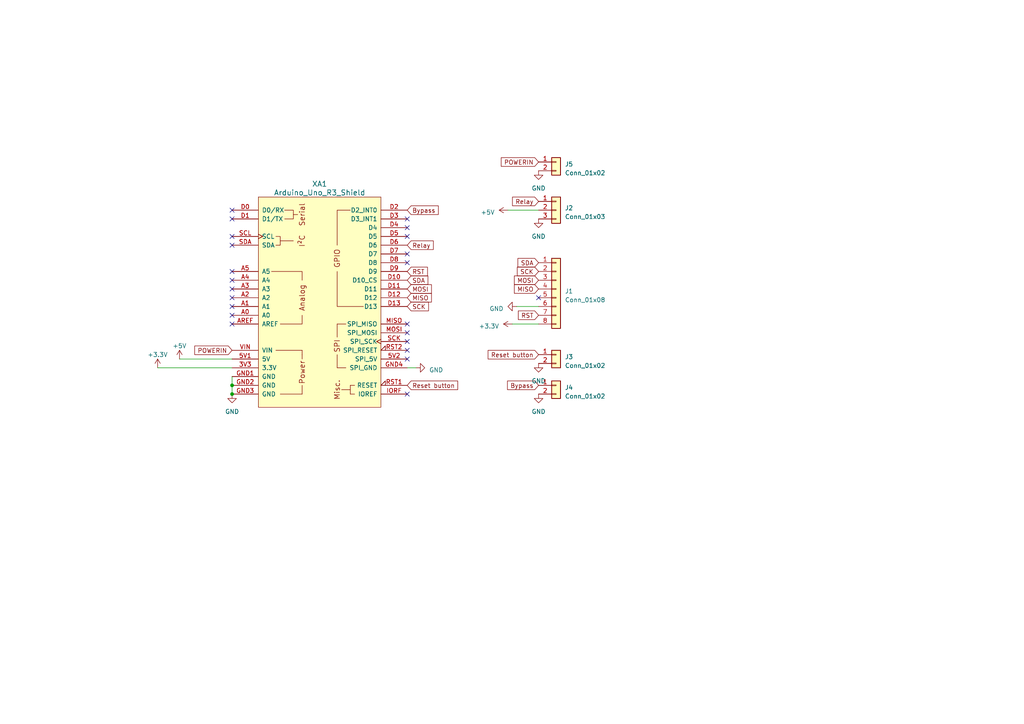
<source format=kicad_sch>
(kicad_sch (version 20230121) (generator eeschema)
  (paper "A4")
  (lib_symbols
    (symbol "PCM_4ms_Connector:Conn_01x02" (pin_names (offset 1.016) hide)
      (property "Reference" "J" (at 0 2.54 0))
      (property "Value" "Conn_01x02" (at 0 -5.08 0))
      (symbol "Conn_01x02_1_1"
        (rectangle (start -1.27 -2.413) (end 0 -2.667) (stroke (width 0.1524)))
        (rectangle (start -1.27 0.127) (end 0 -0.127) (stroke (width 0.1524)))
        (rectangle (start -1.27 1.27) (end 1.27 -3.81) (stroke (width 0.254)) (fill (type background)))
        (pin passive line (at -5.08 0 0) (length 3.81) (name "Pin_1") (number "1"))
        (pin passive line (at -5.08 -2.54 0) (length 3.81) (name "Pin_2") (number "2"))
      )
    )
    (symbol "PCM_4ms_Connector:Conn_01x03" (pin_names (offset 1.016) hide)
      (property "Reference" "J" (at 0 5.08 0))
      (property "Value" "Conn_01x03" (at 0 -5.08 0))
      (symbol "Conn_01x03_1_1"
        (rectangle (start -1.27 -2.413) (end 0 -2.667) (stroke (width 0.1524)))
        (rectangle (start -1.27 0.127) (end 0 -0.127) (stroke (width 0.1524)))
        (rectangle (start -1.27 2.667) (end 0 2.413) (stroke (width 0.1524)))
        (rectangle (start -1.27 3.81) (end 1.27 -3.81) (stroke (width 0.254)) (fill (type background)))
        (pin passive line (at -5.08 2.54 0) (length 3.81) (name "Pin_1") (number "1"))
        (pin passive line (at -5.08 0 0) (length 3.81) (name "Pin_2") (number "2"))
        (pin passive line (at -5.08 -2.54 0) (length 3.81) (name "Pin_3") (number "3"))
      )
    )
    (symbol "PCM_4ms_Connector:Conn_01x08" (pin_names (offset 1.016) hide)
      (property "Reference" "J" (at 0 10.16 0))
      (property "Value" "Conn_01x08" (at -1.27 -13.97 0))
      (symbol "Conn_01x08_0_0"
        (pin passive line (at -5.08 -2.54 0) (length 3.81) (name "Pin_5") (number "5"))
        (pin passive line (at -5.08 -5.08 0) (length 3.81) (name "Pin_6") (number "6"))
        (pin passive line (at -5.08 -7.62 0) (length 3.81) (name "Pin_7") (number "7"))
        (pin passive line (at -5.08 -10.16 0) (length 3.81) (name "Pin_8") (number "8"))
      )
      (symbol "Conn_01x08_1_1"
        (rectangle (start -1.27 -10.033) (end 0 -10.287) (stroke (width 0.1524)))
        (rectangle (start -1.27 -7.493) (end 0 -7.747) (stroke (width 0.1524)))
        (rectangle (start -1.27 -4.953) (end 0 -5.207) (stroke (width 0.1524)))
        (rectangle (start -1.27 -2.413) (end 0 -2.667) (stroke (width 0.1524)))
        (rectangle (start -1.27 0.127) (end 0 -0.127) (stroke (width 0.1524)))
        (rectangle (start -1.27 2.667) (end 0 2.413) (stroke (width 0.1524)))
        (rectangle (start -1.27 5.207) (end 0 4.953) (stroke (width 0.1524)))
        (rectangle (start -1.27 7.747) (end 0 7.493) (stroke (width 0.1524)))
        (rectangle (start -1.27 8.89) (end 1.27 -11.43) (stroke (width 0.254)) (fill (type background)))
        (pin passive line (at -5.08 7.62 0) (length 3.81) (name "Pin_1") (number "1"))
        (pin passive line (at -5.08 5.08 0) (length 3.81) (name "Pin_2") (number "2"))
        (pin passive line (at -5.08 2.54 0) (length 3.81) (name "Pin_3") (number "3"))
        (pin passive line (at -5.08 0 0) (length 3.81) (name "Pin_4") (number "4"))
      )
    )
    (symbol "PCM_arduino-library:Arduino_Uno_R3_Shield" (pin_names (offset 1.016))
      (property "Reference" "XA" (at 0 36.83 0))
      (property "Value" "Arduino_Uno_R3_Shield" (at 0 33.02 0))
      (symbol "Arduino_Uno_R3_Shield_0_0"
        (rectangle (start -17.78 30.48) (end 17.78 -30.48) (fill (type background)))
        (rectangle (start -12.7 -13.97) (end -5.08 -13.97))
        (rectangle (start -11.43 -26.67) (end -5.08 -26.67))
        (polyline (pts (xy -11.43 17.78) (xy -7.62 17.78)))
        (polyline (pts (xy -7.62 25.4) (xy -6.35 25.4)))
        (polyline (pts (xy -5.08 -26.67) (xy -5.08 -24.13)))
        (polyline (pts (xy -5.08 -15.24) (xy -5.08 -16.51)))
        (polyline (pts (xy -5.08 -13.97) (xy -5.08 -15.24)))
        (polyline (pts (xy -5.08 -3.81) (xy -5.08 -6.35) (xy -11.43 -6.35)))
        (polyline (pts (xy -5.08 6.35) (xy -5.08 8.89) (xy -13.97 8.89)))
        (polyline (pts (xy 5.08 8.89) (xy 5.08 -1.27) (xy 12.7 -1.27)))
        (polyline (pts (xy 5.08 16.51) (xy 5.08 26.67) (xy 8.89 26.67)))
        (polyline (pts (xy -12.7 19.05) (xy -11.43 19.05) (xy -11.43 16.51) (xy -12.7 16.51)))
        (polyline (pts (xy -10.16 26.67) (xy -7.62 26.67) (xy -7.62 24.13) (xy -10.16 24.13)))
        (rectangle (start 5.08 -19.05) (end 5.08 -15.24))
        (rectangle (start 5.08 -19.05) (end 7.62 -19.05))
        (rectangle (start 5.08 -10.16) (end 5.08 -6.35))
        (rectangle (start 7.62 -6.35) (end 5.08 -6.35))
        (rectangle (start 8.89 -25.4) (end 6.35 -25.4))
        (rectangle (start 8.89 -24.13) (end 8.89 -26.67))
        (rectangle (start 10.16 -26.67) (end 8.89 -26.67))
        (rectangle (start 10.16 -24.13) (end 8.89 -24.13))
        (text "Analog" (at -5.08 1.27 900) (effects (font (size 1.524 1.524))))
        (text "I²C" (at -5.08 17.78 900) (effects (font (size 1.524 1.524))))
        (text "Misc." (at 5.08 -25.4 900) (effects (font (size 1.524 1.524))))
        (text "Power" (at -5.08 -20.32 900) (effects (font (size 1.524 1.524))))
        (text "Serial" (at -5.08 25.4 900) (effects (font (size 1.524 1.524))))
        (text "SPI" (at 5.08 -12.7 900) (effects (font (size 1.524 1.524))))
      )
      (symbol "Arduino_Uno_R3_Shield_1_0"
        (text "GPIO" (at 5.08 12.7 900) (effects (font (size 1.524 1.524))))
      )
      (symbol "Arduino_Uno_R3_Shield_1_1"
        (pin power_out line (at -25.4 -19.05 0) (length 7.62) (name "3.3V") (number "3V3"))
        (pin power_in line (at -25.4 -16.51 0) (length 7.62) (name "5V") (number "5V1"))
        (pin power_in line (at 25.4 -16.51 180) (length 7.62) (name "SPI_5V") (number "5V2"))
        (pin bidirectional line (at -25.4 -3.81 0) (length 7.62) (name "A0") (number "A0"))
        (pin bidirectional line (at -25.4 -1.27 0) (length 7.62) (name "A1") (number "A1"))
        (pin bidirectional line (at -25.4 1.27 0) (length 7.62) (name "A2") (number "A2"))
        (pin bidirectional line (at -25.4 3.81 0) (length 7.62) (name "A3") (number "A3"))
        (pin bidirectional line (at -25.4 6.35 0) (length 7.62) (name "A4") (number "A4"))
        (pin bidirectional line (at -25.4 8.89 0) (length 7.62) (name "A5") (number "A5"))
        (pin input line (at -25.4 -6.35 0) (length 7.62) (name "AREF") (number "AREF"))
        (pin bidirectional line (at -25.4 26.67 0) (length 7.62) (name "D0/RX") (number "D0"))
        (pin bidirectional line (at -25.4 24.13 0) (length 7.62) (name "D1/TX") (number "D1"))
        (pin bidirectional line (at 25.4 6.35 180) (length 7.62) (name "D10_CS") (number "D10"))
        (pin bidirectional line (at 25.4 3.81 180) (length 7.62) (name "D11") (number "D11"))
        (pin bidirectional line (at 25.4 1.27 180) (length 7.62) (name "D12") (number "D12"))
        (pin bidirectional line (at 25.4 -1.27 180) (length 7.62) (name "D13") (number "D13"))
        (pin bidirectional line (at 25.4 26.67 180) (length 7.62) (name "D2_INT0") (number "D2"))
        (pin bidirectional line (at 25.4 24.13 180) (length 7.62) (name "D3_INT1") (number "D3"))
        (pin bidirectional line (at 25.4 21.59 180) (length 7.62) (name "D4") (number "D4"))
        (pin bidirectional line (at 25.4 19.05 180) (length 7.62) (name "D5") (number "D5"))
        (pin bidirectional line (at 25.4 16.51 180) (length 7.62) (name "D6") (number "D6"))
        (pin bidirectional line (at 25.4 13.97 180) (length 7.62) (name "D7") (number "D7"))
        (pin bidirectional line (at 25.4 11.43 180) (length 7.62) (name "D8") (number "D8"))
        (pin bidirectional line (at 25.4 8.89 180) (length 7.62) (name "D9") (number "D9"))
        (pin power_in line (at -25.4 -21.59 0) (length 7.62) (name "GND") (number "GND1"))
        (pin power_in line (at -25.4 -24.13 0) (length 7.62) (name "GND") (number "GND2"))
        (pin power_in line (at -25.4 -26.67 0) (length 7.62) (name "GND") (number "GND3"))
        (pin power_in line (at 25.4 -19.05 180) (length 7.62) (name "SPI_GND") (number "GND4"))
        (pin output line (at 25.4 -26.67 180) (length 7.62) (name "IOREF") (number "IORF"))
        (pin input line (at 25.4 -6.35 180) (length 7.62) (name "SPI_MISO") (number "MISO"))
        (pin output line (at 25.4 -8.89 180) (length 7.62) (name "SPI_MOSI") (number "MOSI"))
        (pin open_collector input_low (at 25.4 -24.13 180) (length 7.62) (name "RESET") (number "RST1"))
        (pin open_collector input_low (at 25.4 -13.97 180) (length 7.62) (name "SPI_RESET") (number "RST2"))
        (pin output clock (at 25.4 -11.43 180) (length 7.62) (name "SPI_SCK") (number "SCK"))
        (pin bidirectional clock (at -25.4 19.05 0) (length 7.62) (name "SCL") (number "SCL"))
        (pin bidirectional line (at -25.4 16.51 0) (length 7.62) (name "SDA") (number "SDA"))
        (pin power_in line (at -25.4 -13.97 0) (length 7.62) (name "VIN") (number "VIN"))
      )
    )
    (symbol "power:+3.3V" (power) (pin_names (offset 0))
      (property "Value" "+3.3V" (at 0 3.556 0))
      (symbol "+3.3V_0_1"
        (polyline (pts (xy -0.762 1.27) (xy 0 2.54)))
        (polyline (pts (xy 0 0) (xy 0 2.54)))
        (polyline (pts (xy 0 2.54) (xy 0.762 1.27)))
      )
      (symbol "+3.3V_1_1"
        (pin power_in line (at 0 0 90) (length 0) hide (name "+3.3V") (number "1"))
      )
    )
    (symbol "power:+5V" (power) (pin_names (offset 0))
      (property "Value" "+5V" (at 0 3.556 0))
      (symbol "+5V_0_1"
        (polyline (pts (xy -0.762 1.27) (xy 0 2.54)))
        (polyline (pts (xy 0 0) (xy 0 2.54)))
        (polyline (pts (xy 0 2.54) (xy 0.762 1.27)))
      )
      (symbol "+5V_1_1"
        (pin power_in line (at 0 0 90) (length 0) hide (name "+5V") (number "1"))
      )
    )
    (symbol "power:GND" (power) (pin_names (offset 0))
      (property "Value" "GND" (at 0 -3.81 0))
      (symbol "GND_0_1"
        (polyline (pts (xy 0 0) (xy 0 -1.27) (xy 1.27 -1.27) (xy 0 -2.54) (xy -1.27 -1.27) (xy 0 -1.27)))
      )
      (symbol "GND_1_1"
        (pin power_in line (at 0 0 270) (length 0) hide (name "GND") (number "1"))
      )
    )
  )
  (junction (at 67.31 111.76))
  (junction (at 67.31 114.3))
  (no_connect (at 67.31 93.98))
  (no_connect (at 67.31 83.82))
  (no_connect (at 67.31 68.58))
  (no_connect (at 118.11 73.66))
  (no_connect (at 118.11 93.98))
  (no_connect (at 118.11 104.14))
  (no_connect (at 118.11 63.5))
  (no_connect (at 118.11 96.52))
  (no_connect (at 67.31 91.44))
  (no_connect (at 156.21 86.36))
  (no_connect (at 67.31 88.9))
  (no_connect (at 118.11 76.2))
  (no_connect (at 118.11 66.04))
  (no_connect (at 118.11 114.3))
  (no_connect (at 118.11 101.6))
  (no_connect (at 67.31 81.28))
  (no_connect (at 67.31 60.96))
  (no_connect (at 67.31 71.12))
  (no_connect (at 67.31 86.36))
  (no_connect (at 118.11 99.06))
  (no_connect (at 67.31 63.5))
  (no_connect (at 118.11 68.58))
  (no_connect (at 67.31 78.74))
  (wire (pts (xy 67.31 111.76) (xy 67.31 114.3)))
  (wire (pts (xy 149.86 88.9) (xy 156.21 88.9)))
  (wire (pts (xy 52.07 104.14) (xy 67.31 104.14)))
  (wire (pts (xy 148.59 93.98) (xy 156.21 93.98)))
  (wire (pts (xy 67.31 109.22) (xy 67.31 111.76)))
  (wire (pts (xy 120.65 106.68) (xy 118.11 106.68)))
  (wire (pts (xy 147.32 60.96) (xy 156.21 60.96)))
  (wire (pts (xy 45.72 106.68) (xy 67.31 106.68)))
  (global_label "SCK" (shape input) (at 118.11 88.9 0) (property "Intersheetrefs" "${INTERSHEET_REFS}" (effects hide)))
  (global_label "RST" (shape input) (at 156.21 91.44 180) (property "Intersheetrefs" "${INTERSHEET_REFS}" (effects hide)))
  (global_label "Relay" (shape input) (at 156.21 58.42 180) (property "Intersheetrefs" "${INTERSHEET_REFS}" (effects hide)))
  (global_label "MOSI" (shape input) (at 156.21 81.28 180) (property "Intersheetrefs" "${INTERSHEET_REFS}" (effects hide)))
  (global_label "SCK" (shape input) (at 156.21 78.74 180) (property "Intersheetrefs" "${INTERSHEET_REFS}" (effects hide)))
  (global_label "Bypass" (shape input) (at 156.21 111.76 180) (property "Intersheetrefs" "${INTERSHEET_REFS}" (effects hide)))
  (global_label "Reset button" (shape input) (at 156.21 102.87 180) (property "Intersheetrefs" "${INTERSHEET_REFS}" (effects hide)))
  (global_label "Reset button" (shape input) (at 118.11 111.76 0) (property "Intersheetrefs" "${INTERSHEET_REFS}" (effects hide)))
  (global_label "MISO" (shape input) (at 118.11 86.36 0) (property "Intersheetrefs" "${INTERSHEET_REFS}" (effects hide)))
  (global_label "POWERIN" (shape input) (at 156.21 46.99 180) (property "Intersheetrefs" "${INTERSHEET_REFS}" (effects hide)))
  (global_label "SDA" (shape input) (at 118.11 81.28 0) (property "Intersheetrefs" "${INTERSHEET_REFS}" (effects hide)))
  (global_label "SDA" (shape input) (at 156.21 76.2 180) (property "Intersheetrefs" "${INTERSHEET_REFS}" (effects hide)))
  (global_label "Relay" (shape input) (at 118.11 71.12 0) (property "Intersheetrefs" "${INTERSHEET_REFS}" (effects hide)))
  (global_label "POWERIN" (shape input) (at 67.31 101.6 180) (property "Intersheetrefs" "${INTERSHEET_REFS}" (effects hide)))
  (global_label "RST" (shape input) (at 118.11 78.74 0) (property "Intersheetrefs" "${INTERSHEET_REFS}" (effects hide)))
  (global_label "MISO" (shape input) (at 156.21 83.82 180) (property "Intersheetrefs" "${INTERSHEET_REFS}" (effects hide)))
  (global_label "MOSI" (shape input) (at 118.11 83.82 0) (property "Intersheetrefs" "${INTERSHEET_REFS}" (effects hide)))
  (global_label "Bypass" (shape input) (at 118.11 60.96 0) (property "Intersheetrefs" "${INTERSHEET_REFS}" (effects hide)))
  (symbol (lib_id "power:+3.3V") (at 45.72 106.68 0) (unit 1)
    (property "Reference" "#PWR05" (effects hide))
    (property "Value" "+3.3V" (at 45.72 102.87 0))
  )
  (symbol (lib_id "PCM_arduino-library:Arduino_Uno_R3_Shield") (at 92.71 87.63 0) (unit 1)
    (property "Reference" "XA1" (at 92.71 53.34 0) (effects (font (size 1.524 1.524))))
    (property "Value" "Arduino_Uno_R3_Shield" (at 92.71 55.88 0) (effects (font (size 1.524 1.524))))
    (property "Footprint" "PCM_arduino-library:Arduino_Uno_R3_Shield" (effects hide))
    (property "Datasheet" "https://docs.arduino.cc/hardware/uno-rev3" (effects hide))
  )
  (symbol (lib_id "PCM_4ms_Connector:Conn_01x08") (at 161.29 83.82 0) (unit 1)
    (property "Reference" "J1" (at 163.83 84.455 0) (effects (justify left)))
    (property "Value" "Conn_01x08" (at 163.83 86.995 0) (effects (justify left)))
    (property "Footprint" "Connector_PinHeader_2.54mm:PinHeader_1x08_P2.54mm_Vertical" (effects hide))
    (property "Specifications" "HEADER 1x8 MALE PINS 0.100” 180deg" (effects hide))
  )
  (symbol (lib_id "PCM_4ms_Connector:Conn_01x03") (at 161.29 60.96 0) (unit 1)
    (property "Reference" "J2" (at 163.83 60.325 0) (effects (justify left)))
    (property "Value" "Conn_01x03" (at 163.83 62.865 0) (effects (justify left)))
    (property "Footprint" "Connector_PinHeader_2.54mm:PinHeader_1x03_P2.54mm_Vertical" (effects hide))
    (property "Specifications" "HEADER 1x3 MALE PINS 0.100” 180deg" (effects hide))
    (property "Manufacturer" "TAD" (effects hide))
    (property "Part Number" "1-0301FBV0T" (effects hide))
  )
  (symbol (lib_id "PCM_4ms_Connector:Conn_01x02") (at 161.29 46.99 0) (unit 1)
    (property "Reference" "J5" (at 163.83 47.625 0) (effects (justify left)))
    (property "Value" "Conn_01x02" (at 163.83 50.165 0) (effects (justify left)))
    (property "Footprint" "Connector_PinHeader_2.54mm:PinHeader_1x02_P2.54mm_Vertical" (effects hide))
    (property "Specifications" "Pins_01x02, Header, Male Pins, 1*2, spacing 2.54mm, straight pin" (effects hide))
    (property "Manufacturer" "TAD" (effects hide))
    (property "Part Number" "1-0201FBV0T" (effects hide))
  )
  (symbol (lib_id "power:+3.3V") (at 148.59 93.98 90) (unit 1)
    (property "Reference" "#PWR09" (effects hide))
    (property "Value" "+3.3V" (at 144.78 94.615 90) (effects (justify left)))
  )
  (symbol (lib_id "PCM_4ms_Connector:Conn_01x02") (at 161.29 111.76 0) (unit 1)
    (property "Reference" "J4" (at 163.83 112.395 0) (effects (justify left)))
    (property "Value" "Conn_01x02" (at 163.83 114.935 0) (effects (justify left)))
    (property "Footprint" "Connector_PinHeader_2.54mm:PinHeader_1x02_P2.54mm_Vertical" (effects hide))
    (property "Specifications" "Pins_01x02, Header, Male Pins, 1*2, spacing 2.54mm, straight pin" (effects hide))
    (property "Manufacturer" "TAD" (effects hide))
    (property "Part Number" "1-0201FBV0T" (effects hide))
  )
  (symbol (lib_id "PCM_4ms_Connector:Conn_01x02") (at 161.29 102.87 0) (unit 1)
    (property "Reference" "J3" (at 163.83 103.505 0) (effects (justify left)))
    (property "Value" "Conn_01x02" (at 163.83 106.045 0) (effects (justify left)))
    (property "Footprint" "Connector_PinHeader_2.54mm:PinHeader_1x02_P2.54mm_Vertical" (effects hide))
    (property "Specifications" "Pins_01x02, Header, Male Pins, 1*2, spacing 2.54mm, straight pin" (effects hide))
    (property "Manufacturer" "TAD" (effects hide))
    (property "Part Number" "1-0201FBV0T" (effects hide))
  )
  (symbol (lib_id "power:GND") (at 156.21 63.5 0) (unit 1)
    (property "Reference" "#PWR04" (effects hide))
    (property "Value" "GND" (at 156.21 68.58 0))
  )
  (symbol (lib_id "power:GND") (at 67.31 114.3 0) (unit 1)
    (property "Reference" "#PWR01" (effects hide))
    (property "Value" "GND" (at 67.31 119.38 0))
  )
  (symbol (lib_id "power:+5V") (at 147.32 60.96 90) (unit 1)
    (property "Reference" "#PWR010" (effects hide))
    (property "Value" "+5V" (at 143.51 61.595 90) (effects (justify left)))
  )
  (symbol (lib_id "power:GND") (at 156.21 49.53 0) (unit 1)
    (property "Reference" "#PWR011" (effects hide))
    (property "Value" "GND" (at 156.21 54.61 0))
  )
  (symbol (lib_id "power:GND") (at 156.21 105.41 0) (unit 1)
    (property "Reference" "#PWR03" (effects hide))
    (property "Value" "GND" (at 156.21 110.49 0))
  )
  (symbol (lib_id "power:GND") (at 156.21 114.3 0) (unit 1)
    (property "Reference" "#PWR02" (effects hide))
    (property "Value" "GND" (at 156.21 119.38 0))
  )
  (symbol (lib_id "power:GND") (at 120.65 106.68 90) (unit 1)
    (property "Reference" "#PWR07" (effects hide))
    (property "Value" "GND" (at 124.46 107.315 90) (effects (justify right)))
  )
  (symbol (lib_id "power:GND") (at 149.86 88.9 270) (unit 1)
    (property "Reference" "#PWR08" (effects hide))
    (property "Value" "GND" (at 146.05 89.535 90) (effects (justify right)))
  )
  (symbol (lib_id "power:+5V") (at 52.07 104.14 0) (unit 1)
    (property "Reference" "#PWR06" (effects hide))
    (property "Value" "+5V" (at 52.07 100.33 0))
  )
)
</source>
